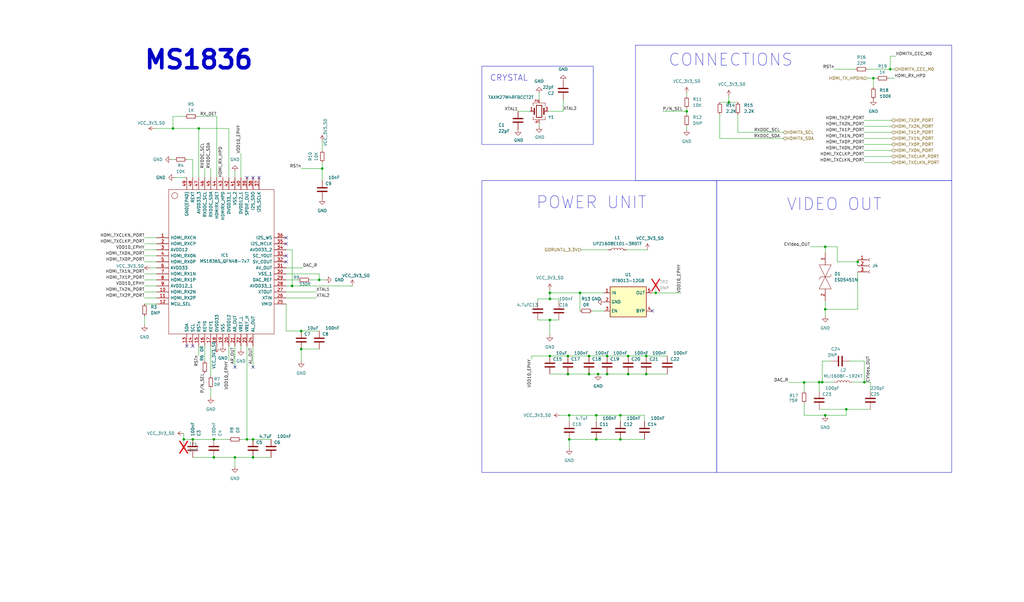
<source format=kicad_sch>
(kicad_sch (version 20231120) (generator "eeschema") (generator_version "8.0")
  (paper "User" 431.8 254)
  (junction (at 356.87 172.72))
  (junction (at 240.03 175.26))
  (junction (at 127 147.32))
  (junction (at 272.5074 157.8837))
  (junction (at 239.4874 150.2637))
  (junction (at 289.56 46.99))
  (junction (at 375.4013 29.21))
  (junction (at 134.62 118.11))
  (junction (at 276.4961 123.5937))
  (junction (at 83.82 54.2063))
  (junction (at 364.49 161.29))
  (junction (at 264.8874 157.8837))
  (junction (at 261.62 175.26))
  (junction (at 339.09 161.4051))
  (junction (at 255.9974 150.2637))
  (junction (at 135.89 71.12))
  (junction (at 248.3774 157.8837))
  (junction (at 272.5074 150.2637))
  (junction (at 251.46 175.26))
  (junction (at 261.62 185.42))
  (junction (at 81.28 185.42))
  (junction (at 251.46 185.42))
  (junction (at 248.3774 150.2637))
  (junction (at 347.98 130.5366))
  (junction (at 361.6962 110.49))
  (junction (at 255.9974 157.8837))
  (junction (at 104.14 185.42))
  (junction (at 240.03 185.42))
  (junction (at 231.8674 126.1337))
  (junction (at 106.68 193.04))
  (junction (at 239.4874 157.8837))
  (junction (at 90.17 193.04))
  (junction (at 231.8674 123.5937))
  (junction (at 347.98 175.26))
  (junction (at 347.98 104.14))
  (junction (at 346.71 161.29))
  (junction (at 99.06 193.04))
  (junction (at 123.19 120.65))
  (junction (at 368.3 33.02))
  (junction (at 231.8674 150.2637))
  (junction (at 77.47 185.42))
  (junction (at 345.44 161.29))
  (junction (at 72.9326 54.2063))
  (junction (at 307.34 43.18))
  (junction (at 231.8674 135.0237))
  (junction (at 244.5674 123.5937))
  (junction (at 106.68 185.42))
  (junction (at 127 139.7))
  (junction (at 90.17 185.42))
  (junction (at 252.1874 157.8837))
  (junction (at 264.8874 150.2637))
  (no_connect (at 120.65 102.87))
  (no_connect (at 109.22 74.93))
  (no_connect (at 81.28 146.05))
  (no_connect (at 99.06 154.94))
  (no_connect (at 78.74 146.05))
  (no_connect (at 275.0474 131.2137))
  (no_connect (at 120.65 100.33))
  (no_connect (at 120.65 110.49))
  (no_connect (at 120.65 107.95))
  (no_connect (at 106.68 154.94))
  (no_connect (at 106.68 74.93))
  (no_connect (at 104.14 74.93))
  (wire (pts (xy 239.4874 157.8837) (xy 248.3774 157.8837)))
  (wire (pts (xy 60.96 123.19) (xy 66.04 123.19)))
  (wire (pts (xy 251.46 185.42) (xy 240.03 185.42)))
  (wire (pts (xy 364.49 63.5) (xy 375.92 63.5)))
  (wire (pts (xy 261.62 175.26) (xy 251.46 175.26)))
  (wire (pts (xy 375.4013 29.21) (xy 377.19 29.21)))
  (wire (pts (xy 239.4874 150.2637) (xy 248.3774 150.2637)))
  (wire (pts (xy 339.09 175.26) (xy 339.09 170.18)))
  (wire (pts (xy 133.35 125.73) (xy 120.65 125.73)))
  (wire (pts (xy 244.5674 123.5937) (xy 244.5674 131.2137)))
  (wire (pts (xy 271.78 177.8) (xy 271.78 175.26)))
  (wire (pts (xy 148.59 120.65) (xy 123.19 120.65)))
  (wire (pts (xy 72.39 67.31) (xy 73.66 67.31)))
  (wire (pts (xy 249.6474 131.2137) (xy 254.7274 131.2137)))
  (wire (pts (xy 289.56 46.99) (xy 289.56 45.72)))
  (wire (pts (xy 137.16 118.11) (xy 134.62 118.11)))
  (wire (pts (xy 130.81 118.11) (xy 134.62 118.11)))
  (wire (pts (xy 106.68 185.42) (xy 104.14 185.42)))
  (wire (pts (xy 226.7874 135.0237) (xy 231.8674 135.0237)))
  (wire (pts (xy 72.9326 49.1263) (xy 72.9326 54.2063)))
  (wire (pts (xy 231.14 46.99) (xy 237.49 46.99)))
  (wire (pts (xy 279.4 46.99) (xy 289.56 46.99)))
  (wire (pts (xy 86.36 152.4) (xy 86.36 146.05)))
  (wire (pts (xy 279.4 123.5971) (xy 279.4 123.5937)))
  (wire (pts (xy 261.62 185.42) (xy 251.46 185.42)))
  (wire (pts (xy 367.03 161.29) (xy 367.03 165.1)))
  (wire (pts (xy 120.65 105.41) (xy 123.19 105.41)))
  (wire (pts (xy 81.28 185.42) (xy 77.47 185.42)))
  (wire (pts (xy 99.06 72.39) (xy 99.06 74.93)))
  (wire (pts (xy 341.63 104.14) (xy 347.98 104.14)))
  (wire (pts (xy 60.96 118.11) (xy 66.04 118.11)))
  (wire (pts (xy 339.09 165.1) (xy 339.09 161.4051)))
  (wire (pts (xy 104.14 185.42) (xy 101.6 185.42)))
  (wire (pts (xy 361.6962 110.49) (xy 361.6962 112.1836)))
  (wire (pts (xy 307.34 43.18) (xy 311.15 43.18)))
  (wire (pts (xy 346.71 152.4) (xy 346.71 161.29)))
  (wire (pts (xy 272.5074 150.2637) (xy 281.3974 150.2637)))
  (wire (pts (xy 127 147.32) (xy 134.62 147.32)))
  (wire (pts (xy 90.17 193.04) (xy 99.06 193.04)))
  (wire (pts (xy 90.17 185.42) (xy 81.28 185.42)))
  (wire (pts (xy 347.98 175.26) (xy 356.87 175.26)))
  (wire (pts (xy 127 152.4) (xy 127 147.32)))
  (wire (pts (xy 226.7874 126.1337) (xy 231.8674 126.1337)))
  (wire (pts (xy 123.19 120.65) (xy 120.65 120.65)))
  (wire (pts (xy 251.46 175.26) (xy 240.03 175.26)))
  (wire (pts (xy 60.96 100.33) (xy 66.04 100.33)))
  (wire (pts (xy 81.28 67.31) (xy 78.74 67.31)))
  (wire (pts (xy 364.49 55.88) (xy 375.92 55.88)))
  (wire (pts (xy 353.06 110.49) (xy 353.06 104.14)))
  (wire (pts (xy 72.9326 54.2063) (xy 83.82 54.2063)))
  (wire (pts (xy 231.8674 126.1337) (xy 235.6774 126.1337)))
  (wire (pts (xy 307.34 40.64) (xy 307.34 43.18)))
  (wire (pts (xy 251.46 177.8) (xy 251.46 175.26)))
  (wire (pts (xy 364.49 68.58) (xy 375.92 68.58)))
  (wire (pts (xy 377.7326 23.7263) (xy 375.4013 23.7263)))
  (wire (pts (xy 60.96 128.27) (xy 66.04 128.27)))
  (wire (pts (xy 60.96 105.41) (xy 66.04 105.41)))
  (wire (pts (xy 235.6774 126.1337) (xy 235.6774 127.4037)))
  (wire (pts (xy 60.96 125.73) (xy 66.04 125.73)))
  (wire (pts (xy 237.49 41.91) (xy 237.49 46.99)))
  (wire (pts (xy 361.6962 114.7236) (xy 361.6962 130.5366)))
  (wire (pts (xy 134.62 115.57) (xy 134.62 118.11)))
  (wire (pts (xy 135.89 76.2) (xy 135.89 71.12)))
  (wire (pts (xy 359.41 161.29) (xy 364.49 161.29)))
  (wire (pts (xy 255.9974 150.2637) (xy 264.8874 150.2637)))
  (wire (pts (xy 106.68 193.04) (xy 114.3 193.04)))
  (wire (pts (xy 60.96 120.65) (xy 66.04 120.65)))
  (wire (pts (xy 86.36 71.12) (xy 86.36 74.93)))
  (wire (pts (xy 244.5674 123.5937) (xy 254.7274 123.5937)))
  (wire (pts (xy 346.71 161.29) (xy 345.44 161.29)))
  (wire (pts (xy 88.9 71.12) (xy 88.9 74.93)))
  (wire (pts (xy 123.19 105.41) (xy 123.19 120.65)))
  (wire (pts (xy 231.8674 157.8837) (xy 239.4874 157.8837)))
  (wire (pts (xy 364.49 152.4) (xy 358.14 152.4)))
  (wire (pts (xy 347.98 127) (xy 347.98 130.5366)))
  (wire (pts (xy 227.33 39.37) (xy 227.33 41.91)))
  (wire (pts (xy 88.9 163.83) (xy 88.9 167.64)))
  (wire (pts (xy 248.3774 157.8837) (xy 252.1874 157.8837)))
  (wire (pts (xy 133.35 123.19) (xy 120.65 123.19)))
  (wire (pts (xy 101.6 64.77) (xy 101.6 74.93)))
  (wire (pts (xy 361.6962 109.6436) (xy 361.6962 110.49)))
  (wire (pts (xy 72.9326 49.1263) (xy 78.0126 49.1263)))
  (wire (pts (xy 264.8874 150.2637) (xy 272.5074 150.2637)))
  (wire (pts (xy 368.3 33.02) (xy 369.57 33.02)))
  (wire (pts (xy 224.2474 151.5337) (xy 224.2474 150.2637)))
  (wire (pts (xy 231.8674 122.3237) (xy 231.8674 123.5937)))
  (wire (pts (xy 356.87 172.72) (xy 356.87 175.26)))
  (wire (pts (xy 226.7874 127.4037) (xy 226.7874 126.1337)))
  (wire (pts (xy 88.9 158.75) (xy 88.9 146.05)))
  (wire (pts (xy 99.06 193.04) (xy 106.68 193.04)))
  (wire (pts (xy 125.73 118.11) (xy 120.65 118.11)))
  (wire (pts (xy 99.06 154.94) (xy 99.06 146.05)))
  (wire (pts (xy 231.8674 123.5937) (xy 244.5674 123.5937)))
  (wire (pts (xy 83.0926 49.1263) (xy 91.44 49.1263)))
  (wire (pts (xy 72.9326 54.2063) (xy 65.3126 54.2063)))
  (wire (pts (xy 236.22 175.26) (xy 240.03 175.26)))
  (wire (pts (xy 364.49 58.42) (xy 375.92 58.42)))
  (wire (pts (xy 353.06 110.49) (xy 361.6962 110.49)))
  (wire (pts (xy 364.49 161.29) (xy 367.03 161.29)))
  (wire (pts (xy 60.96 102.87) (xy 66.04 102.87)))
  (wire (pts (xy 365.76 33.02) (xy 368.3 33.02)))
  (wire (pts (xy 104.14 146.05) (xy 104.14 185.42)))
  (wire (pts (xy 279.4 123.5937) (xy 276.4961 123.5937)))
  (wire (pts (xy 272.5074 157.8837) (xy 281.3974 157.8837)))
  (wire (pts (xy 347.98 130.5366) (xy 347.98 133.35)))
  (wire (pts (xy 303.53 43.18) (xy 307.34 43.18)))
  (wire (pts (xy 127.7092 113.0388) (xy 126.5266 113.0388)))
  (wire (pts (xy 240.03 175.26) (xy 240.03 177.8)))
  (wire (pts (xy 345.44 172.72) (xy 356.87 172.72)))
  (wire (pts (xy 134.62 139.7) (xy 127 139.7)))
  (wire (pts (xy 351.79 161.29) (xy 346.71 161.29)))
  (wire (pts (xy 81.28 67.31) (xy 81.28 74.93)))
  (wire (pts (xy 347.98 104.14) (xy 347.98 106.68)))
  (wire (pts (xy 248.3774 150.2637) (xy 255.9974 150.2637)))
  (wire (pts (xy 60.96 107.95) (xy 66.04 107.95)))
  (wire (pts (xy 60.96 137.16) (xy 60.96 133.35)))
  (wire (pts (xy 303.53 58.42) (xy 330.2 58.42)))
  (wire (pts (xy 245.11 105.41) (xy 256.54 105.41)))
  (wire (pts (xy 96.52 54.2063) (xy 96.52 74.93)))
  (wire (pts (xy 264.8874 157.8837) (xy 272.5074 157.8837)))
  (wire (pts (xy 353.06 104.14) (xy 347.98 104.14)))
  (wire (pts (xy 368.3 36.83) (xy 368.3 33.02)))
  (wire (pts (xy 106.68 154.94) (xy 106.68 146.05)))
  (wire (pts (xy 289.56 54.61) (xy 289.56 53.34)))
  (wire (pts (xy 73.66 74.93) (xy 78.74 74.93)))
  (wire (pts (xy 365.76 29.21) (xy 375.4013 29.21)))
  (wire (pts (xy 83.82 54.2063) (xy 83.82 74.93)))
  (wire (pts (xy 261.62 177.8) (xy 261.62 175.26)))
  (wire (pts (xy 218.44 46.99) (xy 223.52 46.99)))
  (wire (pts (xy 126.5266 113.0388) (xy 126.5266 113.03)))
  (wire (pts (xy 126.5266 113.03) (xy 120.65 113.03)))
  (wire (pts (xy 311.15 55.88) (xy 330.2 55.88)))
  (wire (pts (xy 303.53 48.26) (xy 303.53 58.42)))
  (wire (pts (xy 339.09 161.29) (xy 345.44 161.29)))
  (wire (pts (xy 227.33 53.34) (xy 227.33 52.07)))
  (wire (pts (xy 364.49 152.4) (xy 364.49 161.29)))
  (wire (pts (xy 271.78 175.26) (xy 261.62 175.26)))
  (wire (pts (xy 96.52 185.42) (xy 90.17 185.42)))
  (wire (pts (xy 364.49 53.34) (xy 375.92 53.34)))
  (wire (pts (xy 77.47 185.42) (xy 77.47 182.88)))
  (wire (pts (xy 346.71 152.4) (xy 350.52 152.4)))
  (wire (pts (xy 364.49 60.96) (xy 375.92 60.96)))
  (wire (pts (xy 364.49 66.04) (xy 375.92 66.04)))
  (wire (pts (xy 135.89 71.12) (xy 135.89 68.58)))
  (wire (pts (xy 276.4961 123.5937) (xy 275.0474 123.5937)))
  (wire (pts (xy 120.65 115.57) (xy 134.62 115.57)))
  (wire (pts (xy 347.98 130.5366) (xy 361.6962 130.5366)))
  (wire (pts (xy 311.15 48.26) (xy 311.15 55.88)))
  (wire (pts (xy 339.09 161.4051) (xy 339.09 161.29)))
  (wire (pts (xy 289.56 40.64) (xy 289.56 39.37)))
  (wire (pts (xy 101.6 147.32) (xy 101.6 146.05)))
  (wire (pts (xy 127 71.12) (xy 135.89 71.12)))
  (wire (pts (xy 91.44 49.1263) (xy 91.44 74.93)))
  (wire (pts (xy 81.28 193.04) (xy 90.17 193.04)))
  (wire (pts (xy 99.06 196.85) (xy 99.06 193.04)))
  (wire (pts (xy 231.8674 135.0237) (xy 235.6774 135.0237)))
  (wire (pts (xy 127 139.7) (xy 120.65 139.7)))
  (wire (pts (xy 120.65 139.7) (xy 120.65 128.27)))
  (wire (pts (xy 83.82 54.2063) (xy 96.52 54.2063)))
  (wire (pts (xy 252.1874 157.8837) (xy 255.9974 157.8837)))
  (wire (pts (xy 114.3 185.42) (xy 106.68 185.42)))
  (wire (pts (xy 264.16 105.41) (xy 273.05 105.41)))
  (wire (pts (xy 345.44 161.29) (xy 345.44 165.1)))
  (wire (pts (xy 60.96 110.49) (xy 66.04 110.49)))
  (wire (pts (xy 271.78 185.42) (xy 261.62 185.42)))
  (wire (pts (xy 231.8674 123.5937) (xy 231.8674 126.1337)))
  (wire (pts (xy 374.65 33.02) (xy 377.19 33.02)))
  (wire (pts (xy 83.82 149.86) (xy 83.82 146.05)))
  (wire (pts (xy 255.9974 157.8837) (xy 264.8874 157.8837)))
  (wire (pts (xy 364.49 50.8) (xy 375.92 50.8)))
  (wire (pts (xy 60.96 115.57) (xy 66.04 115.57)))
  (wire (pts (xy 289.56 48.26) (xy 289.56 46.99)))
  (wire (pts (xy 135.89 63.5) (xy 135.89 59.69)))
  (wire (pts (xy 63.5 113.03) (xy 66.04 113.03)))
  (wire (pts (xy 231.8674 135.0237) (xy 231.8674 141.3737)))
  (wire (pts (xy 96.52 152.4) (xy 96.52 146.05)))
  (wire (pts (xy 356.87 172.72) (xy 367.03 172.72)))
  (wire (pts (xy 375.4013 23.7263) (xy 375.4013 29.21)))
  (wire (pts (xy 339.09 175.26) (xy 347.98 175.26)))
  (wire (pts (xy 351.79 29.21) (xy 360.68 29.21)))
  (wire (pts (xy 240.03 185.42) (xy 240.03 189.23)))
  (wire (pts (xy 339.09 161.4051) (xy 332.4248 161.4051)))
  (wire (pts (xy 287.3017 123.5971) (xy 279.4 123.5971)))
  (wire (pts (xy 231.8674 150.2637) (xy 239.4874 150.2637)))
  (wire (pts (xy 224.2474 150.2637) (xy 231.8674 150.2637)))
  (rectangle (start 203.2 76.2) (end 302.26 199.39))
  (rectangle (start 203.2 27.94) (end 250.19 60.96))
  (rectangle (start 267.97 19.05) (end 401.32 76.2))
  (rectangle (start 302.26 76.2) (end 401.32 199.39))
  (text "MS1836" (at 83.82 25.4 0) (effects (font (size 7.62 7.62) (thickness 1.524) (bold yes))))
  (text "VIDEO OUT" (at 351.79 86.36 0) (effects (font (size 5.08 5.08))))
  (text "CONNECTIONS" (at 308.102 25.4 0) (effects (font (size 5.08 5.08))))
  (text "CRYSTAL" (at 214.63 33.02 0) (effects (font (size 2.54 2.54))))
  (text "POWER UNIT" (at 249.428 85.598 0) (effects (font (size 5.08 5.08))))
  (label "CVideo_OUT" (at 367.03 161.29 90))
  (label "P{slash}N_SEL" (at 86.36 157.48 270))
  (label "XTAL1" (at 218.44 46.99 180))
  (label "HDMI_TXCLKP_PORT" (at 364.49 66.04 180))
  (label "HDMI_TXCLKP_PORT" (at 60.96 102.87 180))
  (label "HDMI_TX1P_PORT" (at 60.96 118.11 180))
  (label "RSTn" (at 83.82 149.86 270))
  (label "DAC_R" (at 127.7092 113.0388 0))
  (label "P{slash}N_SEL" (at 279.4 46.99 0))
  (label "RXDDC_SCL" (at 328.93 55.88 180))
  (label "HDMI_TX1P_PORT" (at 364.49 55.88 180))
  (label "VDD10_EPHY" (at 96.52 152.4 270))
  (label "AL_OUT" (at 106.68 153.67 90))
  (label "RSTn" (at 351.79 29.21 180))
  (label "HDMI_TX0P_PORT" (at 60.96 110.49 180))
  (label "HDMITX_CEC_M0" (at 377.7326 23.7263 0))
  (label "VDD10_EPHY" (at 60.96 120.65 180))
  (label "HDMI_TX2N_PORT" (at 364.49 53.34 180))
  (label "VDD10_EPHY" (at 287.3017 123.5971 90))
  (label "CVideo_OUT" (at 341.63 104.14 180))
  (label "HDMI_TX1N_PORT" (at 60.96 115.57 180))
  (label "HDMI_TX1N_PORT" (at 364.49 58.42 180))
  (label "HDMI_TX0N_PORT" (at 60.96 107.95 180))
  (label "HDMI_TX0N_PORT" (at 364.49 63.5 180))
  (label "VDD10_EPHY" (at 224.2474 151.5337 270))
  (label "HDMI_TX2N_PORT" (at 60.96 123.19 180))
  (label "RXDDC_SDA" (at 328.93 58.42 180))
  (label "HDMI_TXCLKN_PORT" (at 60.96 100.33 180))
  (label "RSTn" (at 127 71.12 180))
  (label "RXDDC_SDA" (at 88.9 71.12 90))
  (label "VDD10_EPHY" (at 101.6 64.77 90))
  (label "XTAL2" (at 133.35 125.73 0))
  (label "XTAL1" (at 133.35 123.19 0))
  (label "XTAL2" (at 237.49 46.8363 0))
  (label "HDMI_RX_HPD" (at 377.19 33.02 0))
  (label "DAC_R" (at 332.4248 161.4051 180))
  (label "RX_DET" (at 84.3626 49.1263 0))
  (label "HDMI_RX_HPD" (at 93.98 74.93 90))
  (label "HDMI_TX2P_PORT" (at 60.96 125.73 180))
  (label "AR_OUT" (at 99.06 153.67 90))
  (label "HDMI_TX2P_PORT" (at 364.49 50.8 180))
  (label "HDMI_TXCLKN_PORT" (at 364.49 68.58 180))
  (label "VDD10_EPHY" (at 60.96 105.41 180))
  (label "HDMI_TX0P_PORT" (at 364.49 60.96 180))
  (label "RXDDC_SCL" (at 86.36 71.12 90))
  (hierarchical_label "HDMI_TX0P_PORT" (shape input) (at 375.92 60.96 0))
  (hierarchical_label "HDMITX_CEC_M0" (shape input) (at 377.19 29.21 0))
  (hierarchical_label "HDMI_TX1P_PORT" (shape input) (at 375.92 55.88 0))
  (hierarchical_label "GORUNTU_3.3V" (shape input) (at 245.11 105.41 180))
  (hierarchical_label "HDMI_TXCLKN_PORT" (shape input) (at 375.92 68.58 0))
  (hierarchical_label "HDMITX_SDA" (shape input) (at 330.2 58.42 0))
  (hierarchical_label "HDMI_TX2P_PORT" (shape input) (at 375.92 50.8 0))
  (hierarchical_label "HDMI_TX_HPDIN" (shape input) (at 365.76 33.02 180))
  (hierarchical_label "HDMI_TX1N_PORT" (shape input) (at 375.92 58.42 0))
  (hierarchical_label "HDMI_TX0N_PORT" (shape input) (at 375.92 63.5 0))
  (hierarchical_label "HDMITX_SCL" (shape input) (at 330.2 55.88 0))
  (hierarchical_label "HDMI_TXCLKP_PORT" (shape input) (at 375.92 66.04 0))
  (hierarchical_label "HDMI_TX2N_PORT" (shape input) (at 375.92 53.34 0))
  (symbol (lib_id "power:GND") (at 368.3 41.91 0) (unit 1)
    (property "Reference" "#PWR035" (effects (hide yes)))
    (property "Value" "GND" (at 368.3 46.99 0))
    (property "Description" "Power symbol creates a global label with name \"GND\" , ground" (effects (hide yes)))
    (instances (project "Movita_3566_HXV_Router_V4.1" (path "" (reference "#PWR035") (unit 1))) (project "HDMI_CVBS" (path "" (reference "#PWR087") (unit 1))) (project "HDMI_CVBS" (path "" (reference "#PWR08") (unit 1))))
  )
  (symbol (lib_id "Device:R_Small") (at 368.3 39.37 0) (unit 1)
    (property "Reference" "R18" (at 370.84 38.1 0) (effects (justify left)))
    (property "Value" "100K" (at 370.84 40.64 0) (effects (justify left)))
    (property "Footprint" "Resistor_SMD:R_0603_1608Metric" (effects (hide yes)))
    (property "Description" "Resistor, small symbol" (effects (hide yes)))
    (property "MPN" "0603WAF1003T5E" (effects (hide yes)))
    (instances (project "Movita_3566_HXV_Router_V4.1" (path "" (reference "R18") (unit 1))) (project "HDMI_CVBS" (path "" (reference "R50") (unit 1))) (project "HDMI_CVBS" (path "" (reference "R7") (unit 1))))
  )
  (symbol (lib_id "Device:R_Small") (at 372.11 33.02 270) (unit 1)
    (property "Reference" "R19" (at 372.11 27.94 90))
    (property "Value" "1K" (at 372.11 30.48 90))
    (property "Footprint" "Resistor_SMD:R_0603_1608Metric" (effects (hide yes)))
    (property "Description" "Resistor, small symbol" (effects (hide yes)))
    (property "MPN" "0603WAF1001T5E" (effects (hide yes)))
    (instances (project "Movita_3566_HXV_Router_V4.1" (path "" (reference "R19") (unit 1))) (project "HDMI_CVBS" (path "" (reference "R51") (unit 1))) (project "HDMI_CVBS" (path "" (reference "R6") (unit 1))))
  )
  (symbol (lib_id "Device:C") (at 235.6774 131.2137 0) (unit 1)
    (property "Reference" "C16" (at 235.6774 128.6737 0) (effects (justify left)))
    (property "Value" "100nF" (at 235.6774 126.1337 0) (effects (justify left)))
    (property "Footprint" "Capacitor_SMD:C_0603_1608Metric" (effects (hide yes)))
    (property "Description" "Unpolarized capacitor" (effects (hide yes)))
    (property "MPN" "0603B104K500NT" (effects (hide yes)))
    (instances (project "Movita_3566_HXV_Router_V4.1" (path "" (reference "C16") (unit 1))) (project "HDMI_CVBS" (path "" (reference "C73") (unit 1))) (project "HDMI_CVBS" (path "" (reference "C4") (unit 1))))
  )
  (symbol (lib_id "power:GND") (at 347.98 175.26 0) (unit 1)
    (property "Reference" "#PWR037" (effects (hide yes)))
    (property "Value" "GND" (at 347.98 180.34 0))
    (property "Description" "Power symbol creates a global label with name \"GND\" , ground" (effects (hide yes)))
    (instances (project "Movita_3566_HXV_Router_V4.1" (path "" (reference "#PWR037") (unit 1))) (project "HDMI_CVBS" (path "" (reference "#PWR089") (unit 1))) (project "HDMI_CVBS" (path "" (reference "#PWR015") (unit 1))))
  )
  (symbol (lib_id "Device:C") (at 226.7874 131.2137 0) (unit 1)
    (property "Reference" "C13" (at 222.9774 128.6737 0) (effects (justify left)))
    (property "Value" "4.7uF" (at 217.8974 128.6737 0) (effects (justify left)))
    (property "Footprint" "Capacitor_SMD:C_0603_1608Metric" (effects (hide yes)))
    (property "Description" "Unpolarized capacitor" (effects (hide yes)))
    (property "MPN" "CL10A475KO8NNNC" (effects (hide yes)))
    (instances (project "Movita_3566_HXV_Router_V4.1" (path "" (reference "C13") (unit 1))) (project "HDMI_CVBS" (path "" (reference "C71") (unit 1))) (project "HDMI_CVBS" (path "" (reference "C3") (unit 1))))
  )
  (symbol (lib_id "power:GND") (at 137.16 118.11 90) (unit 1)
    (property "Reference" "#PWR024" (effects (hide yes)))
    (property "Value" "GND" (at 140.97 118.11 90) (effects (justify right)))
    (property "Description" "Power symbol creates a global label with name \"GND\" , ground" (effects (hide yes)))
    (instances (project "Movita_3566_HXV_Router_V4.1" (path "" (reference "#PWR024") (unit 1))) (project "HDMI_CVBS" (path "" (reference "#PWR075") (unit 1))) (project "HDMI_CVBS" (path "" (reference "#PWR027") (unit 1))))
  )
  (symbol (lib_id "power:GND") (at 72.39 67.31 270) (unit 1)
    (property "Reference" "#PWR012" (effects (hide yes)))
    (property "Value" "GND" (at 68.58 67.31 90) (effects (justify right)))
    (property "Description" "Power symbol creates a global label with name \"GND\" , ground" (effects (hide yes)))
    (instances (project "Movita_3566_HXV_Router_V4.1" (path "" (reference "#PWR012") (unit 1))) (project "HDMI_CVBS" (path "" (reference "#PWR064") (unit 1))) (project "HDMI_CVBS" (path "" (reference "#PWR032") (unit 1))))
  )
  (symbol (lib_id "Connector:Conn_01x03_Socket") (at 366.7762 112.1836 0) (unit 1)
    (property "Reference" "J4" (at 367.8266 112.1183 0) (effects (justify left)))
    (property "Value" "DNP" (effects (hide yes)))
    (property "Footprint" "Footprint Library:AV_CON" (effects (hide yes)))
    (property "Description" "Generic connector, single row, 01x03, script generated" (effects (hide yes)))
    (property "MPN" "莲花座AV1-8.4-5A 黑色" (effects (hide yes)))
  )
  (symbol (lib_id "power:GND") (at 227.33 39.37 180) (unit 1)
    (property "Reference" "#PWR05" (effects (hide yes)))
    (property "Value" "GND" (at 227.33 34.29 0))
    (property "Description" "Power symbol creates a global label with name \"GND\" , ground" (effects (hide yes)))
    (instances (project "Movita_3566_HXV_Router_V4.1" (path "" (reference "#PWR05") (unit 1))) (project "HDMI_CVBS" (path "" (reference "#PWR058") (unit 1))) (project "HDMI_CVBS" (path "" (reference "#PWR02") (unit 1))))
  )
  (symbol (lib_id "Device:R_Small") (at 80.5526 49.1263 90) (unit 1)
    (property "Reference" "R5" (at 80.5526 44.0463 90))
    (property "Value" "1K" (at 80.5526 46.5863 90))
    (property "Footprint" "Resistor_SMD:R_0603_1608Metric" (effects (hide yes)))
    (property "Description" "Resistor, small symbol" (effects (hide yes)))
    (property "MPN" "0603WAF1001T5E" (effects (hide yes)))
    (instances (project "Movita_3566_HXV_Router_V4.1" (path "" (reference "R5") (unit 1))) (project "HDMI_CVBS" (path "" (reference "R38") (unit 1))) (project "HDMI_CVBS" (path "" (reference "R17") (unit 1))))
  )
  (symbol (lib_id "power:GND") (at 135.89 83.82 0) (unit 1)
    (property "Reference" "#PWR023" (effects (hide yes)))
    (property "Value" "GND" (at 135.89 88.9 0))
    (property "Description" "Power symbol creates a global label with name \"GND\" , ground" (effects (hide yes)))
    (instances (project "Movita_3566_HXV_Router_V4.1" (path "" (reference "#PWR023") (unit 1))) (project "HDMI_CVBS" (path "" (reference "#PWR077") (unit 1))) (project "HDMI_CVBS" (path "" (reference "#PWR029") (unit 1))))
  )
  (symbol (lib_id "Device:R_Small") (at 311.15 45.72 180) (unit 1)
    (property "Reference" "R15" (at 313.69 44.45 0) (effects (justify right)))
    (property "Value" "2.2K" (at 313.69 46.99 0) (effects (justify right)))
    (property "Footprint" "Resistor_SMD:R_0603_1608Metric" (effects (hide yes)))
    (property "Description" "Resistor, small symbol" (effects (hide yes)))
    (property "MPN" "0603WAF2201T5E" (effects (hide yes)))
    (instances (project "Movita_3566_HXV_Router_V4.1" (path "" (reference "R15") (unit 1))) (project "HDMI_CVBS" (path "" (reference "R47") (unit 1))) (project "HDMI_CVBS" (path "" (reference "R1") (unit 1))))
  )
  (symbol (lib_id "Device:R_Small") (at 60.96 130.81 180) (unit 1)
    (property "Reference" "R3" (at 63.5 129.54 0) (effects (justify right)))
    (property "Value" "DNP" (at 63.5 132.08 0) (effects (justify right)))
    (property "Footprint" "Resistor_SMD:R_0402_1005Metric" (effects (hide yes)))
    (property "Description" "Resistor, small symbol" (effects (hide yes)))
    (instances (project "Movita_3566_HXV_Router_V4.1" (path "" (reference "R3") (unit 1))) (project "HDMI_CVBS" (path "" (reference "R35") (unit 1))) (project "HDMI_CVBS" (path "" (reference "R10") (unit 1))))
  )
  (symbol (lib_id "power:VCC") (at 65.3126 54.2063 90) (unit 1)
    (property "Reference" "#PWR010" (effects (hide yes)))
    (property "Value" "VCC_3V3_S0" (at 69.6306 51.9203 90) (effects (justify left)))
    (property "Description" "Power symbol creates a global label with name \"VCC\"" (effects (hide yes)))
    (instances (project "Movita_3566_HXV_Router_V4.1" (path "" (reference "#PWR010") (unit 1))) (project "HDMI_CVBS" (path "" (reference "#PWR066") (unit 1))) (project "HDMI_CVBS" (path "" (reference "#PWR031") (unit 1))))
  )
  (symbol (lib_id "power:VCC") (at 231.8674 122.3237 0) (unit 1)
    (property "Reference" "#PWR027" (effects (hide yes)))
    (property "Value" "VCC_3V3_S0" (at 231.8674 117.2437 0))
    (property "Description" "Power symbol creates a global label with name \"VCC\"" (effects (hide yes)))
    (instances (project "Movita_3566_HXV_Router_V4.1" (path "" (reference "#PWR027") (unit 1))) (project "HDMI_CVBS" (path "" (reference "#PWR078") (unit 1))) (project "HDMI_CVBS" (path "" (reference "#PWR011") (unit 1))))
  )
  (symbol (lib_id "power:VCC") (at 91.44 146.05 180) (unit 1)
    (property "Reference" "#PWR016" (effects (hide yes)))
    (property "Value" "VCC_3V3_S0" (at 90.17 149.86 90))
    (property "Description" "Power symbol creates a global label with name \"VCC\"" (effects (hide yes)))
    (instances (project "Movita_3566_HXV_Router_V4.1" (path "" (reference "#PWR016") (unit 1))) (project "HDMI_CVBS" (path "" (reference "#PWR069") (unit 1))) (project "HDMI_CVBS" (path "" (reference "#PWR020") (unit 1))))
  )
  (symbol (lib_id "power:VCC") (at 273.05 105.41 0) (unit 1)
    (property "Reference" "#PWR034" (effects (hide yes)))
    (property "Value" "VCC_3V3_S0" (at 268.224 100.584 0) (effects (justify left)))
    (property "Description" "Power symbol creates a global label with name \"VCC\"" (effects (hide yes)))
    (instances (project "Movita_3566_HXV_Router_V4.1" (path "" (reference "#PWR034") (unit 1))) (project "HDMI_CVBS" (path "" (reference "#PWR085") (unit 1))) (project "HDMI_CVBS" (path "" (reference "#PWR09") (unit 1))))
  )
  (symbol (lib_id "Device:C") (at 218.44 50.8 0) (unit 1)
    (property "Reference" "C1" (at 210.129 52.7734 0) (effects (justify left)))
    (property "Value" "22pF" (at 210.129 55.3134 0) (effects (justify left)))
    (property "Footprint" "Capacitor_SMD:C_0603_1608Metric" (effects (hide yes)))
    (property "Description" "Unpolarized capacitor" (effects (hide yes)))
    (property "MPN" "CL10C220JB8NNNC" (effects (hide yes)))
    (instances (project "Movita_3566_HXV_Router_V4.1" (path "" (reference "C1") (unit 1))) (project "HDMI_CVBS" (path "" (reference "C62") (unit 1))) (project "HDMI_CVBS" (path "" (reference "C1") (unit 1))))
  )
  (symbol (lib_id "Device:C") (at 248.3774 154.0737 0) (unit 1)
    (property "Reference" "C18" (at 249.6474 151.5337 0) (effects (justify left)))
    (property "Value" "100nF" (at 250.9174 148.9937 0) (effects (justify left)))
    (property "Footprint" "Capacitor_SMD:C_0603_1608Metric" (effects (hide yes)))
    (property "Description" "Unpolarized capacitor" (effects (hide yes)))
    (property "MPN" "0603B104K500NT" (effects (hide yes)))
    (instances (project "Movita_3566_HXV_Router_V4.1" (path "" (reference "C18") (unit 1))) (project "HDMI_CVBS" (path "" (reference "C75") (unit 1))) (project "HDMI_CVBS" (path "" (reference "C7") (unit 1))))
  )
  (symbol (lib_id "Device:C") (at 240.03 181.61 0) (unit 1)
    (property "Reference" "C10" (at 241.3 179.07 0) (effects (justify left)))
    (property "Value" "4.7uF" (at 242.57 176.53 0) (effects (justify left)))
    (property "Footprint" "Capacitor_SMD:C_0603_1608Metric" (effects (hide yes)))
    (property "Description" "Unpolarized capacitor" (effects (hide yes)))
    (property "MPN" "CL10A475KO8NNNC" (effects (hide yes)))
    (instances (project "Movita_3566_HXV_Router_V4.1" (path "" (reference "C10") (unit 1))) (project "HDMI_CVBS" (path "" (reference "C66") (unit 1))) (project "HDMI_CVBS" (path "" (reference "C18") (unit 1))))
  )
  (symbol (lib_id "power:GND") (at 101.6 147.32 0) (unit 1)
    (property "Reference" "#PWR019" (effects (hide yes)))
    (property "Value" "GND" (at 101.6 152.4 0))
    (property "Description" "Power symbol creates a global label with name \"GND\" , ground" (effects (hide yes)))
    (instances (project "Movita_3566_HXV_Router_V4.1" (path "" (reference "#PWR019") (unit 1))) (project "HDMI_CVBS" (path "" (reference "#PWR072") (unit 1))) (project "HDMI_CVBS" (path "" (reference "#PWR022") (unit 1))))
  )
  (symbol (lib_id "power:VCC") (at 63.5 113.03 90) (unit 1)
    (property "Reference" "#PWR09" (effects (hide yes)))
    (property "Value" "VCC_3V3_S0" (at 60.706 112.268 90) (effects (justify left)))
    (property "Description" "Power symbol creates a global label with name \"VCC\"" (effects (hide yes)))
    (instances (project "Movita_3566_HXV_Router_V4.1" (path "" (reference "#PWR09") (unit 1))) (project "HDMI_CVBS" (path "" (reference "#PWR062") (unit 1))) (project "HDMI_CVBS" (path "" (reference "#PWR017") (unit 1))))
  )
  (symbol (lib_id "power:GND") (at 73.66 74.93 270) (unit 1)
    (property "Reference" "#PWR013" (effects (hide yes)))
    (property "Value" "GND" (at 69.85 74.93 90) (effects (justify right)))
    (property "Description" "Power symbol creates a global label with name \"GND\" , ground" (effects (hide yes)))
    (instances (project "Movita_3566_HXV_Router_V4.1" (path "" (reference "#PWR013") (unit 1))) (project "HDMI_CVBS" (path "" (reference "#PWR065") (unit 1))) (project "HDMI_CVBS" (path "" (reference "#PWR030") (unit 1))))
  )
  (symbol (lib_id "Device:R_Small") (at 363.22 29.21 270) (unit 1)
    (property "Reference" "R16" (at 363.22 24.13 90))
    (property "Value" "22R" (at 363.22 26.67 90))
    (property "Footprint" "Resistor_SMD:R_0603_1608Metric" (effects (hide yes)))
    (property "Description" "Resistor, small symbol" (effects (hide yes)))
    (property "MPN" "0603WAF220JT5E" (effects (hide yes)))
    (instances (project "Movita_3566_HXV_Router_V4.1" (path "" (reference "R16") (unit 1))) (project "HDMI_CVBS" (path "" (reference "R48") (unit 1))) (project "HDMI_CVBS" (path "" (reference "R5") (unit 1))))
  )
  (symbol (lib_id "QFN481:MS1836S_QFN48-7x7") (at 71.12 100.33 0) (unit 1)
    (property "Reference" "IC1" (at 94.742 107.696 0))
    (property "Value" "MS1836S_QFN48-7x7" (at 94.742 110.236 0))
    (property "Footprint" "Package_DFN_QFN:QFN-48-1EP_7x7mm_P0.5mm_EP5.6x5.6mm" (effects (hide yes)))
    (property "MPN" "MS1836S" (effects (hide yes)))
    (instances (project "Movita_3566_HXV_Router_V4.1" (path "" (reference "IC1") (unit 1))) (project "HDMI_CVBS" (path "" (reference "IC2") (unit 1))) (project "HDMI_CVBS" (path "" (reference "IC1") (unit 1))))
  )
  (symbol (lib_id "Device:C") (at 272.5074 154.0737 0) (unit 1)
    (property "Reference" "C21" (at 273.7774 151.5337 0) (effects (justify left)))
    (property "Value" "100nF" (at 275.0474 148.9937 0) (effects (justify left)))
    (property "Footprint" "Capacitor_SMD:C_0603_1608Metric" (effects (hide yes)))
    (property "Description" "Unpolarized capacitor" (effects (hide yes)))
    (property "MPN" "0603B104K500NT" (effects (hide yes)))
    (instances (project "Movita_3566_HXV_Router_V4.1" (path "" (reference "C21") (unit 1))) (project "HDMI_CVBS" (path "" (reference "C78") (unit 1))) (project "HDMI_CVBS" (path "" (reference "C10") (unit 1))))
  )
  (symbol (lib_id "power:VCC") (at 307.34 40.64 0) (unit 1)
    (property "Reference" "#PWR033" (effects (hide yes)))
    (property "Value" "VCC_3V3_S0" (at 308.61 35.56 0))
    (property "Description" "Power symbol creates a global label with name \"VCC\"" (effects (hide yes)))
    (instances (project "Movita_3566_HXV_Router_V4.1" (path "" (reference "#PWR033") (unit 1))) (project "HDMI_CVBS" (path "" (reference "#PWR086") (unit 1))) (project "HDMI_CVBS" (path "" (reference "#PWR05") (unit 1))))
  )
  (symbol (lib_id "Device:C") (at 90.17 189.23 0) (unit 1)
    (property "Reference" "C4" (at 92.71 184.15 90) (effects (justify left)))
    (property "Value" "100nF" (at 90.17 184.15 90) (effects (justify left)))
    (property "Footprint" "Capacitor_SMD:C_0603_1608Metric" (effects (hide yes)))
    (property "Description" "Unpolarized capacitor" (effects (hide yes)))
    (property "MPN" "0603B104K500NT" (effects (hide yes)))
    (instances (project "Movita_3566_HXV_Router_V4.1" (path "" (reference "C4") (unit 1))) (project "HDMI_CVBS" (path "" (reference "C65") (unit 1))) (project "HDMI_CVBS" (path "" (reference "C16") (unit 1))))
  )
  (symbol (lib_id "Device:C") (at 134.62 143.51 0) (unit 1)
    (property "Reference" "C8" (at 135.89 140.97 0) (effects (justify left)))
    (property "Value" "100nF" (at 137.16 138.43 0) (effects (justify left)))
    (property "Footprint" "Capacitor_SMD:C_0603_1608Metric" (effects (hide yes)))
    (property "Description" "Unpolarized capacitor" (effects (hide yes)))
    (property "MPN" "0603B104K500NT" (effects (hide yes)))
    (instances (project "Movita_3566_HXV_Router_V4.1" (path "" (reference "C8") (unit 1))) (project "HDMI_CVBS" (path "" (reference "C69") (unit 1))) (project "HDMI_CVBS" (path "" (reference "C20") (unit 1))))
  )
  (symbol (lib_id "power:GND") (at 231.8674 141.3737 0) (unit 1)
    (property "Reference" "#PWR028" (effects (hide yes)))
    (property "Value" "GND" (at 231.8674 146.4537 0))
    (property "Description" "Power symbol creates a global label with name \"GND\" , ground" (effects (hide yes)))
    (instances (project "Movita_3566_HXV_Router_V4.1" (path "" (reference "#PWR028") (unit 1))) (project "HDMI_CVBS" (path "" (reference "#PWR079") (unit 1))) (project "HDMI_CVBS" (path "" (reference "#PWR012") (unit 1))))
  )
  (symbol (lib_id "power:GND") (at 254.7274 127.4037 270) (unit 1)
    (property "Reference" "#PWR032" (effects (hide yes)))
    (property "Value" "GND" (at 253.4574 126.1337 90) (effects (justify right)))
    (property "Description" "Power symbol creates a global label with name \"GND\" , ground" (effects (hide yes)))
    (instances (project "Movita_3566_HXV_Router_V4.1" (path "" (reference "#PWR032") (unit 1))) (project "HDMI_CVBS" (path "" (reference "#PWR082") (unit 1))) (project "HDMI_CVBS" (path "" (reference "#PWR013") (unit 1))))
  )
  (symbol (lib_id "power:GND") (at 237.49 34.29 180) (unit 1)
    (property "Reference" "#PWR07" (effects (hide yes)))
    (property "Value" "GND" (at 237.49 29.21 0))
    (property "Description" "Power symbol creates a global label with name \"GND\" , ground" (effects (hide yes)))
    (instances (project "Movita_3566_HXV_Router_V4.1" (path "" (reference "#PWR07") (unit 1))) (project "HDMI_CVBS" (path "" (reference "#PWR060") (unit 1))) (project "HDMI_CVBS" (path "" (reference "#PWR04") (unit 1))))
  )
  (symbol (lib_id "Device:R_Small") (at 289.56 50.8 0) (unit 1)
    (property "Reference" "R12" (at 292.1 49.53 0) (effects (justify left)))
    (property "Value" "DNP" (at 292.1 52.07 0) (effects (justify left)))
    (property "Footprint" "Resistor_SMD:R_0402_1005Metric" (effects (hide yes)))
    (property "Description" "Resistor, small symbol" (effects (hide yes)))
    (instances (project "Movita_3566_HXV_Router_V4.1" (path "" (reference "R12") (unit 1))) (project "HDMI_CVBS" (path "" (reference "R45") (unit 1))) (project "HDMI_CVBS" (path "" (reference "R4") (unit 1))))
  )
  (symbol (lib_id "Connector:TestPoint") (at 77.47 185.42 180) (unit 1) (dnp yes)
    (property "Reference" "TP1" (at 79.6605 187.4519 0) (effects (justify right)))
    (property "Value" "DNP" (at 79.6605 189.9919 0) (effects (justify right)))
    (property "Footprint" "TestPoint:TestPoint_Pad_1.0x1.0mm" (effects (hide yes)))
    (property "Description" "test point" (effects (hide yes)))
  )
  (symbol (lib_id "Device:C") (at 264.8874 154.0737 0) (unit 1)
    (property "Reference" "C20" (at 266.1574 151.5337 0) (effects (justify left)))
    (property "Value" "100nF" (at 267.4274 148.9937 0) (effects (justify left)))
    (property "Footprint" "Capacitor_SMD:C_0603_1608Metric" (effects (hide yes)))
    (property "Description" "Unpolarized capacitor" (effects (hide yes)))
    (property "MPN" "0603B104K500NT" (effects (hide yes)))
    (instances (project "Movita_3566_HXV_Router_V4.1" (path "" (reference "C20") (unit 1))) (project "HDMI_CVBS" (path "" (reference "C77") (unit 1))) (project "HDMI_CVBS" (path "" (reference "C9") (unit 1))))
  )
  (symbol (lib_id "Device:C") (at 367.03 168.91 0) (unit 1)
    (property "Reference" "C25" (at 367.03 166.37 0) (effects (justify left)))
    (property "Value" "220pF" (at 367.03 163.83 0) (effects (justify left)))
    (property "Footprint" "Capacitor_SMD:C_0603_1608Metric" (effects (hide yes)))
    (property "Description" "Unpolarized capacitor" (effects (hide yes)))
    (property "MPN" "CL10B221KB8NNNC" (effects (hide yes)))
    (instances (project "Movita_3566_HXV_Router_V4.1" (path "" (reference "C25") (unit 1))) (project "HDMI_CVBS" (path "" (reference "C82") (unit 1))) (project "HDMI_CVBS" (path "" (reference "C13") (unit 1))))
  )
  (symbol (lib_id "Device:R_Small") (at 339.09 167.64 180) (unit 1)
    (property "Reference" "R17" (at 332.7746 166.9823 0) (effects (justify right)))
    (property "Value" "75R" (at 332.5206 169.0143 0) (effects (justify right)))
    (property "Footprint" "Resistor_SMD:R_0402_1005Metric" (effects (hide yes)))
    (property "Description" "Resistor, small symbol" (effects (hide yes)))
    (property "MPN" "0402WGF750JTCE" (effects (hide yes)))
    (instances (project "Movita_3566_HXV_Router_V4.1" (path "" (reference "R17") (unit 1))) (project "HDMI_CVBS" (path "" (reference "R49") (unit 1))) (project "HDMI_CVBS" (path "" (reference "R9") (unit 1))))
  )
  (symbol (lib_id "power:GND") (at 252.1874 157.8837 0) (unit 1)
    (property "Reference" "#PWR031" (effects (hide yes)))
    (property "Value" "GND" (at 252.1874 162.9637 0))
    (property "Description" "Power symbol creates a global label with name \"GND\" , ground" (effects (hide yes)))
    (instances (project "Movita_3566_HXV_Router_V4.1" (path "" (reference "#PWR031") (unit 1))) (project "HDMI_CVBS" (path "" (reference "#PWR081") (unit 1))) (project "HDMI_CVBS" (path "" (reference "#PWR014") (unit 1))))
  )
  (symbol (lib_id "power:GND") (at 88.9 167.64 0) (unit 1)
    (property "Reference" "#PWR014" (effects (hide yes)))
    (property "Value" "GND" (at 88.9 172.72 0))
    (property "Description" "Power symbol creates a global label with name \"GND\" , ground" (effects (hide yes)))
    (instances (project "Movita_3566_HXV_Router_V4.1" (path "" (reference "#PWR014") (unit 1))) (project "HDMI_CVBS" (path "" (reference "#PWR067") (unit 1))) (project "HDMI_CVBS" (path "" (reference "#PWR019") (unit 1))))
  )
  (symbol (lib_id "power:GND") (at 60.96 137.16 0) (unit 1)
    (property "Reference" "#PWR08" (effects (hide yes)))
    (property "Value" "GND" (at 60.96 142.24 0))
    (property "Description" "Power symbol creates a global label with name \"GND\" , ground" (effects (hide yes)))
    (instances (project "Movita_3566_HXV_Router_V4.1" (path "" (reference "#PWR08") (unit 1))) (project "HDMI_CVBS" (path "" (reference "#PWR061") (unit 1))) (project "HDMI_CVBS" (path "" (reference "#PWR018") (unit 1))))
  )
  (symbol (lib_id "Device:L") (at 260.35 105.41 90) (unit 1)
    (property "Reference" "L1" (at 260.35 100.33 90))
    (property "Value" "UPZ1608E101-3R0TF" (at 260.35 102.87 90))
    (property "Footprint" "Inductor_SMD:L_0603_1608Metric" (effects (hide yes)))
    (property "Description" "Inductor" (effects (hide yes)))
    (property "MPN" "UPZ1608E101-3R0TF" (effects (hide yes)))
    (instances (project "Movita_3566_HXV_Router_V4.1" (path "" (reference "L1") (unit 1))) (project "HDMI_CVBS" (path "" (reference "L3") (unit 1))) (project "HDMI_CVBS" (path "" (reference "L1") (unit 1))))
  )
  (symbol (lib_id "Device:C") (at 127 143.51 0) (unit 1)
    (property "Reference" "C7" (at 128.27 140.97 0) (effects (justify left)))
    (property "Value" "10uF" (at 129.54 138.43 0) (effects (justify left)))
    (property "Footprint" "Capacitor_SMD:C_0603_1608Metric" (effects (hide yes)))
    (property "Description" "Unpolarized capacitor" (effects (hide yes)))
    (property "MPN" "CL10A106MO8NQNC" (effects (hide yes)))
    (instances (project "Movita_3566_HXV_Router_V4.1" (path "" (reference "C7") (unit 1))) (project "HDMI_CVBS" (path "" (reference "C68") (unit 1))) (project "HDMI_CVBS" (path "" (reference "C19") (unit 1))))
  )
  (symbol (lib_id "Device:Crystal_GND24") (at 227.33 46.99 0) (unit 1)
    (property "Reference" "Y1" (at 232.41 49.53 0))
    (property "Value" "TAXM27M4RFBCCT2T" (at 215.463 41.0894 0))
    (property "Footprint" "Crystal:Crystal_SMD_3225-4Pin_3.2x2.5mm" (effects (hide yes)))
    (property "Datasheet" "https://www.lcsc.com/product-detail/Crystals_Yangxing-Tech-X322527MSB4SI_C9008.html" (effects (hide yes)))
    (property "Description" "Four pin crystal, GND on pins 2 and 4" (effects (hide yes)))
    (property "MPN" "TAXM27M4RFBCCT2T" (effects (hide yes)))
  )
  (symbol (lib_id "power:VCC") (at 148.59 120.65 0) (unit 1)
    (property "Reference" "#PWR026" (effects (hide yes)))
    (property "Value" "VCC_3V3_S0" (at 150.114 116.332 0))
    (property "Description" "Power symbol creates a global label with name \"VCC\"" (effects (hide yes)))
    (instances (project "Movita_3566_HXV_Router_V4.1" (path "" (reference "#PWR026") (unit 1))) (project "HDMI_CVBS" (path "" (reference "#PWR073") (unit 1))) (project "HDMI_CVBS" (path "" (reference "#PWR026") (unit 1))))
  )
  (symbol (lib_id "Device:C") (at 81.28 189.23 0) (unit 1)
    (property "Reference" "C3" (at 83.82 184.15 90) (effects (justify left)))
    (property "Value" "100nF" (at 81.28 184.15 90) (effects (justify left)))
    (property "Footprint" "Capacitor_SMD:C_0603_1608Metric" (effects (hide yes)))
    (property "Description" "Unpolarized capacitor" (effects (hide yes)))
    (property "MPN" "0603B104K500NT" (effects (hide yes)))
    (instances (project "Movita_3566_HXV_Router_V4.1" (path "" (reference "C3") (unit 1))) (project "HDMI_CVBS" (path "" (reference "C64") (unit 1))) (project "HDMI_CVBS" (path "" (reference "C15") (unit 1))))
  )
  (symbol (lib_id "Device:C") (at 239.4874 154.0737 0) (unit 1)
    (property "Reference" "C17" (at 240.7574 151.5337 0) (effects (justify left)))
    (property "Value" "100nF" (at 242.0274 148.9937 0) (effects (justify left)))
    (property "Footprint" "Capacitor_SMD:C_0603_1608Metric" (effects (hide yes)))
    (property "Description" "Unpolarized capacitor" (effects (hide yes)))
    (property "MPN" "0603B104K500NT" (effects (hide yes)))
    (instances (project "Movita_3566_HXV_Router_V4.1" (path "" (reference "C17") (unit 1))) (project "HDMI_CVBS" (path "" (reference "C74") (unit 1))) (project "HDMI_CVBS" (path "" (reference "C6") (unit 1))))
  )
  (symbol (lib_id "Device:R_Small") (at 99.06 185.42 270) (unit 1)
    (property "Reference" "R8" (at 97.79 182.88 0) (effects (justify right)))
    (property "Value" "0R" (at 100.33 182.88 0) (effects (justify right)))
    (property "Footprint" "Resistor_SMD:R_0402_1005Metric" (effects (hide yes)))
    (property "Description" "Resistor, small symbol" (effects (hide yes)))
    (property "MPN" "0402WGF0000TCE" (effects (hide yes)))
    (instances (project "Movita_3566_HXV_Router_V4.1" (path "" (reference "R8") (unit 1))) (project "HDMI_CVBS" (path "" (reference "R40") (unit 1))) (project "HDMI_CVBS" (path "" (reference "R13") (unit 1))))
  )
  (symbol (lib_id "Device:R_Small") (at 303.53 45.72 180) (unit 1)
    (property "Reference" "R14" (at 306.07 44.45 0) (effects (justify right)))
    (property "Value" "2.2K" (at 306.07 46.99 0) (effects (justify right)))
    (property "Footprint" "Resistor_SMD:R_0603_1608Metric" (effects (hide yes)))
    (property "Description" "Resistor, small symbol" (effects (hide yes)))
    (property "MPN" "0603WAF2201T5E" (effects (hide yes)))
    (instances (project "Movita_3566_HXV_Router_V4.1" (path "" (reference "R14") (unit 1))) (project "HDMI_CVBS" (path "" (reference "R46") (unit 1))) (project "HDMI_CVBS" (path "" (reference "R2") (unit 1))))
  )
  (symbol (lib_id "power:VCC") (at 236.22 175.26 90) (unit 1)
    (property "Reference" "#PWR021" (effects (hide yes)))
    (property "Value" "VCC_3V3_S0" (at 232.41 175.26 90) (effects (justify left)))
    (property "Description" "Power symbol creates a global label with name \"VCC\"" (effects (hide yes)))
    (instances (project "Movita_3566_HXV_Router_V4.1" (path "" (reference "#PWR021") (unit 1))) (project "HDMI_CVBS" (path "" (reference "#PWR063") (unit 1))) (project "HDMI_CVBS" (path "" (reference "#PWR023") (unit 1))))
  )
  (symbol (lib_id "ESD5451N:ESD5451N") (at 347.98 106.68 270) (unit 1)
    (property "Reference" "D1" (at 351.79 115.57 90) (effects (justify left)))
    (property "Value" "ESD5451N" (at 351.79 118.11 90) (effects (justify left)))
    (property "Footprint" "ESD5451N:ESD5451N" (effects (hide yes)))
    (property "Datasheet" "http://www.chinesechip.com/files/2015-06/17a2f895-5278-4787-8e2e-a2829d0233af.pdf" (effects (hide yes)))
    (property "Description" "1-Line, Bi-directional, Transient Voltage Suppressors" (effects (hide yes)))
    (property "Manufacturer_Name" "Will Semiconductor" (effects (hide yes)))
    (property "Manufacturer_Part_Number" "ESD5451N" (effects (hide yes)))
    (property "MPN" "ESD5451N" (effects (hide yes)))
    (instances (project "Movita_3566_HXV_Router_V4.1" (path "" (reference "D1") (unit 1))) (project "HDMI_CVBS" (path "" (reference "D10") (unit 1))) (project "HDMI_CVBS" (path "" (reference "D1") (unit 1))))
  )
  (symbol (lib_id "Device:L") (at 355.6 161.29 90) (unit 1)
    (property "Reference" "L2" (at 355.6 156.21 90))
    (property "Value" "MLI1608F-1R2KT" (at 355.6 158.75 90))
    (property "Footprint" "Inductor_SMD:L_0603_1608Metric" (effects (hide yes)))
    (property "Description" "Inductor" (effects (hide yes)))
    (property "MPN" "MLI1608F-1R2KT" (effects (hide yes)))
    (instances (project "Movita_3566_HXV_Router_V4.1" (path "" (reference "L2") (unit 1))) (project "HDMI_CVBS" (path "" (reference "L4") (unit 1))) (project "HDMI_CVBS" (path "" (reference "L2") (unit 1))))
  )
  (symbol (lib_id "power:GND") (at 347.98 133.35 0) (unit 1)
    (property "Reference" "#PWR036" (effects (hide yes)))
    (property "Value" "GND" (at 347.98 138.43 0))
    (property "Description" "Power symbol creates a global label with name \"GND\" , ground" (effects (hide yes)))
    (instances (project "Movita_3566_HXV_Router_V4.1" (path "" (reference "#PWR036") (unit 1))) (project "HDMI_CVBS" (path "" (reference "#PWR088") (unit 1))) (project "HDMI_CVBS" (path "" (reference "#PWR016") (unit 1))))
  )
  (symbol (lib_id "power:GND") (at 99.06 196.85 0) (unit 1)
    (property "Reference" "#PWR015" (effects (hide yes)))
    (property "Value" "GND" (at 99.06 201.93 0))
    (property "Description" "Power symbol creates a global label with name \"GND\" , ground" (effects (hide yes)))
    (instances (project "Movita_3566_HXV_Router_V4.1" (path "" (reference "#PWR015") (unit 1))) (project "HDMI_CVBS" (path "" (reference "#PWR068") (unit 1))) (project "HDMI_CVBS" (path "" (reference "#PWR024") (unit 1))))
  )
  (symbol (lib_id "Connector:TestPoint") (at 276.4961 123.5937 0) (unit 1) (dnp yes)
    (property "Reference" "TP2" (at 278.125 119.0216 0) (effects (justify left)))
    (property "Value" "DNP" (at 278.125 121.5616 0) (effects (justify left)))
    (property "Footprint" "TestPoint:TestPoint_Pad_1.0x1.0mm" (effects (hide yes)))
    (property "Description" "test point" (effects (hide yes)))
  )
  (symbol (lib_id "Device:C") (at 271.78 181.61 0) (unit 1)
    (property "Reference" "C14" (at 273.05 179.07 0) (effects (justify left)))
    (property "Value" "100nF" (at 274.32 176.53 0) (effects (justify left)))
    (property "Footprint" "Capacitor_SMD:C_0603_1608Metric" (effects (hide yes)))
    (property "Description" "Unpolarized capacitor" (effects (hide yes)))
    (property "MPN" "0603B104K500NT" (effects (hide yes)))
    (instances (project "Movita_3566_HXV_Router_V4.1" (path "" (reference "C14") (unit 1))) (project "HDMI_CVBS" (path "" (reference "C66") (unit 1))) (project "HDMI_CVBS" (path "" (reference "C18") (unit 1))))
  )
  (symbol (lib_id "Device:R_Small") (at 247.1074 131.2137 90) (unit 1)
    (property "Reference" "R13" (at 247.1074 126.1337 90))
    (property "Value" "0R" (at 247.1074 128.6737 90))
    (property "Footprint" "Resistor_SMD:R_0402_1005Metric" (effects (hide yes)))
    (property "Description" "Resistor, small symbol" (effects (hide yes)))
    (property "MPN" "0402WGF0000TCE" (effects (hide yes)))
    (instances (project "Movita_3566_HXV_Router_V4.1" (path "" (reference "R13") (unit 1))) (project "HDMI_CVBS" (path "" (reference "R43") (unit 1))) (project "HDMI_CVBS" (path "" (reference "R8") (unit 1))))
  )
  (symbol (lib_id "Device:C") (at 231.8674 154.0737 0) (unit 1)
    (property "Reference" "C15" (at 233.1374 151.5337 0) (effects (justify left)))
    (property "Value" "10uF" (at 234.4074 148.9937 0) (effects (justify left)))
    (property "Footprint" "Capacitor_SMD:C_0603_1608Metric" (effects (hide yes)))
    (property "Description" "Unpolarized capacitor" (effects (hide yes)))
    (property "MPN" "CL10A106MO8NQNC" (effects (hide yes)))
    (instances (project "Movita_3566_HXV_Router_V4.1" (path "" (reference "C15") (unit 1))) (project "HDMI_CVBS" (path "" (reference "C72") (unit 1))) (project "HDMI_CVBS" (path "" (reference "C5") (unit 1))))
  )
  (symbol (lib_id "power:GND") (at 93.98 146.05 0) (unit 1)
    (property "Reference" "#PWR017" (effects (hide yes)))
    (property "Value" "GND" (at 93.98 151.13 0))
    (property "Description" "Power symbol creates a global label with name \"GND\" , ground" (effects (hide yes)))
    (instances (project "Movita_3566_HXV_Router_V4.1" (path "" (reference "#PWR017") (unit 1))) (project "HDMI_CVBS" (path "" (reference "#PWR070") (unit 1))) (project "HDMI_CVBS" (path "" (reference "#PWR021") (unit 1))))
  )
  (symbol (lib_id "power:VCC") (at 135.89 59.69 0) (unit 1)
    (property "Reference" "#PWR022" (effects (hide yes)))
    (property "Value" "VCC_3V3_S0" (at 137.16 55.88 90))
    (property "Description" "Power symbol creates a global label with name \"VCC\"" (effects (hide yes)))
    (instances (project "Movita_3566_HXV_Router_V4.1" (path "" (reference "#PWR022") (unit 1))) (project "HDMI_CVBS" (path "" (reference "#PWR076") (unit 1))) (project "HDMI_CVBS" (path "" (reference "#PWR028") (unit 1))))
  )
  (symbol (lib_id "power:GND") (at 218.44 54.61 0) (unit 1)
    (property "Reference" "#PWR04" (effects (hide yes)))
    (property "Value" "GND" (at 218.694 59.182 0))
    (property "Description" "Power symbol creates a global label with name \"GND\" , ground" (effects (hide yes)))
    (instances (project "Movita_3566_HXV_Router_V4.1" (path "" (reference "#PWR04") (unit 1))) (project "HDMI_CVBS" (path "" (reference "#PWR057") (unit 1))) (project "HDMI_CVBS" (path "" (reference "#PWR01") (unit 1))))
  )
  (symbol (lib_id "power:VCC") (at 289.56 39.37 0) (unit 1)
    (property "Reference" "#PWR029" (effects (hide yes)))
    (property "Value" "VCC_3V3_S0" (at 289.56 34.29 0))
    (property "Description" "Power symbol creates a global label with name \"VCC\"" (effects (hide yes)))
    (instances (project "Movita_3566_HXV_Router_V4.1" (path "" (reference "#PWR029") (unit 1))) (project "HDMI_CVBS" (path "" (reference "#PWR083") (unit 1))) (project "HDMI_CVBS" (path "" (reference "#PWR06") (unit 1))))
  )
  (symbol (lib_id "Device:R_Small") (at 128.27 118.11 270) (unit 1)
    (property "Reference" "R9" (at 124.968 117.094 90))
    (property "Value" "330R" (at 128.524 119.888 90))
    (property "Footprint" "Resistor_SMD:R_0603_1608Metric" (effects (hide yes)))
    (property "Description" "Resistor, small symbol" (effects (hide yes)))
    (property "MPN" "0603WAF3300T5E" (effects (hide yes)))
    (instances (project "Movita_3566_HXV_Router_V4.1" (path "" (reference "R9") (unit 1))) (project "HDMI_CVBS" (path "" (reference "R41") (unit 1))) (project "HDMI_CVBS" (path "" (reference "R14") (unit 1))))
  )
  (symbol (lib_id "power:GND") (at 289.56 54.61 0) (unit 1)
    (property "Reference" "#PWR030" (effects (hide yes)))
    (property "Value" "GND" (at 289.56 59.69 0))
    (property "Description" "Power symbol creates a global label with name \"GND\" , ground" (effects (hide yes)))
    (instances (project "Movita_3566_HXV_Router_V4.1" (path "" (reference "#PWR030") (unit 1))) (project "HDMI_CVBS" (path "" (reference "#PWR084") (unit 1))) (project "HDMI_CVBS" (path "" (reference "#PWR07") (unit 1))))
  )
  (symbol (lib_id "Device:C") (at 237.49 38.1 180) (unit 1)
    (property "Reference" "C2" (at 233.68 39.37 0) (effects (justify left)))
    (property "Value" "22pF" (at 233.68 36.83 0) (effects (justify left)))
    (property "Footprint" "Capacitor_SMD:C_0603_1608Metric" (effects (hide yes)))
    (property "Description" "Unpolarized capacitor" (effects (hide yes)))
    (property "MPN" "CL10C220JB8NNNC" (effects (hide yes)))
    (instances (project "Movita_3566_HXV_Router_V4.1" (path "" (reference "C2") (unit 1))) (project "HDMI_CVBS" (path "" (reference "C63") (unit 1))) (project "HDMI_CVBS" (path "" (reference "C2") (unit 1))))
  )
  (symbol (lib_id "Device:C") (at 135.89 80.01 0) (unit 1)
    (property "Reference" "C9" (at 137.16 77.47 0) (effects (justify left)))
    (property "Value" "10nF" (at 138.43 74.93 0) (effects (justify left)))
    (property "Footprint" "Capacitor_SMD:C_0603_1608Metric" (effects (hide yes)))
    (property "Description" "Unpolarized capacitor" (effects (hide yes)))
    (property "MPN" "CC0603KRX7R9BB103" (effects (hide yes)))
    (instances (project "Movita_3566_HXV_Router_V4.1" (path "" (reference "C9") (unit 1))) (project "HDMI_CVBS" (path "" (reference "C70") (unit 1))) (project "HDMI_CVBS" (path "" (reference "C21") (unit 1))))
  )
  (symbol (lib_id "Device:C") (at 106.68 189.23 0) (unit 1)
    (property "Reference" "C5" (at 107.95 186.69 0) (effects (justify left)))
    (property "Value" "4.7uF" (at 109.22 184.15 0) (effects (justify left)))
    (property "Footprint" "Capacitor_SMD:C_0603_1608Metric" (effects (hide yes)))
    (property "Description" "Unpolarized capacitor" (effects (hide yes)))
    (property "MPN" "CL10A475KO8NNNC" (effects (hide yes)))
    (instances (project "Movita_3566_HXV_Router_V4.1" (path "" (reference "C5") (unit 1))) (project "HDMI_CVBS" (path "" (reference "C66") (unit 1))) (project "HDMI_CVBS" (path "" (reference "C18") (unit 1))))
  )
  (symbol (lib_id "Device:C") (at 114.3 189.23 0) (unit 1)
    (property "Reference" "C6" (at 115.57 186.69 0) (effects (justify left)))
    (property "Value" "100nF" (at 116.84 184.15 0) (effects (justify left)))
    (property "Footprint" "Capacitor_SMD:C_0603_1608Metric" (effects (hide yes)))
    (property "Description" "Unpolarized capacitor" (effects (hide yes)))
    (property "MPN" "0603B104K500NT" (effects (hide yes)))
    (instances (project "Movita_3566_HXV_Router_V4.1" (path "" (reference "C6") (unit 1))) (project "HDMI_CVBS" (path "" (reference "C67") (unit 1))) (project "HDMI_CVBS" (path "" (reference "C17") (unit 1))))
  )
  (symbol (lib_id "power:GND") (at 127 152.4 0) (unit 1)
    (property "Reference" "#PWR020" (effects (hide yes)))
    (property "Value" "GND" (at 127 157.48 0))
    (property "Description" "Power symbol creates a global label with name \"GND\" , ground" (effects (hide yes)))
    (instances (project "Movita_3566_HXV_Router_V4.1" (path "" (reference "#PWR020") (unit 1))) (project "HDMI_CVBS" (path "" (reference "#PWR074") (unit 1))) (project "HDMI_CVBS" (path "" (reference "#PWR025") (unit 1))))
  )
  (symbol (lib_id "Device:C") (at 354.33 152.4 90) (unit 1)
    (property "Reference" "C24" (at 354.33 147.32 90) (effects (justify left)))
    (property "Value" "DNP" (at 353.06 149.86 90) (effects (justify left)))
    (property "Footprint" "Capacitor_SMD:C_0603_1608Metric" (effects (hide yes)))
    (property "Description" "Unpolarized capacitor" (effects (hide yes)))
    (instances (project "Movita_3566_HXV_Router_V4.1" (path "" (reference "C24") (unit 1))) (project "HDMI_CVBS" (path "" (reference "C81") (unit 1))) (project "HDMI_CVBS" (path "" (reference "C14") (unit 1))))
  )
  (symbol (lib_id "RT9013-12GB:RT9013-12GB") (at 264.8874 119.7837 0) (unit 1)
    (property "Reference" "U1" (at 264.8874 115.9159 0))
    (property "Value" "RT9013-12GB" (at 264.8874 118.4559 0))
    (property "Footprint" "Package_TO_SOT_SMD:SOT-23-5" (effects (hide yes)))
    (property "Description" "Rich Tek" (effects (hide yes)))
    (property "MPN" "RT9013-12GB" (effects (hide yes)))
  )
  (symbol (lib_id "Device:C") (at 345.44 168.91 0) (unit 1)
    (property "Reference" "C23" (at 346.71 166.37 0) (effects (justify left)))
    (property "Value" "100pF" (at 347.98 163.83 0) (effects (justify left)))
    (property "Footprint" "Capacitor_SMD:C_0603_1608Metric" (effects (hide yes)))
    (property "Description" "Unpolarized capacitor" (effects (hide yes)))
    (property "MPN" "0603B101K500NT" (effects (hide yes)))
    (instances (project "Movita_3566_HXV_Router_V4.1" (path "" (reference "C23") (unit 1))) (project "HDMI_CVBS" (path "" (reference "C80") (unit 1))) (project "HDMI_CVBS" (path "" (reference "C12") (unit 1))))
  )
  (symbol (lib_id "Device:C") (at 255.9974 154.0737 0) (unit 1)
    (property "Reference" "C19" (at 257.2674 151.5337 0) (effects (justify left)))
    (property "Value" "100nF" (at 258.5374 148.9937 0) (effects (justify left)))
    (property "Footprint" "Capacitor_SMD:C_0603_1608Metric" (effects (hide yes)))
    (property "Description" "Unpolarized capacitor" (effects (hide yes)))
    (property "MPN" "0603B104K500NT" (effects (hide yes)))
    (instances (project "Movita_3566_HXV_Router_V4.1" (path "" (reference "C19") (unit 1))) (project "HDMI_CVBS" (path "" (reference "C76") (unit 1))) (project "HDMI_CVBS" (path "" (reference "C8") (unit 1))))
  )
  (symbol (lib_id "Device:C") (at 251.46 181.61 0) (unit 1)
    (property "Reference" "C11" (at 252.73 179.07 0) (effects (justify left)))
    (property "Value" "100nF" (at 254 176.53 0) (effects (justify left)))
    (property "Footprint" "Capacitor_SMD:C_0603_1608Metric" (effects (hide yes)))
    (property "Description" "Unpolarized capacitor" (effects (hide yes)))
    (property "MPN" "0603B104K500NT" (effects (hide yes)))
    (instances (project "Movita_3566_HXV_Router_V4.1" (path "" (reference "C11") (unit 1))) (project "HDMI_CVBS" (path "" (reference "C66") (unit 1))) (project "HDMI_CVBS" (path "" (reference "C18") (unit 1))))
  )
  (symbol (lib_id "Device:C") (at 281.3974 154.0737 0) (unit 1)
    (property "Reference" "C22" (at 282.6674 151.5337 0) (effects (justify left)))
    (property "Value" "100nF" (at 283.9374 148.9937 0) (effects (justify left)))
    (property "Footprint" "Capacitor_SMD:C_0603_1608Metric" (effects (hide yes)))
    (property "Description" "Unpolarized capacitor" (effects (hide yes)))
    (property "MPN" "0603B104K500NT" (effects (hide yes)))
    (instances (project "Movita_3566_HXV_Router_V4.1" (path "" (reference "C22") (unit 1))) (project "HDMI_CVBS" (path "" (reference "C79") (unit 1))) (project "HDMI_CVBS" (path "" (reference "C11") (unit 1))))
  )
  (symbol (lib_id "Device:R_Small") (at 135.89 66.04 180) (unit 1)
    (property "Reference" "R10" (at 130.81 66.04 90))
    (property "Value" "10K" (at 133.35 66.04 90))
    (property "Footprint" "Resistor_SMD:R_0603_1608Metric" (effects (hide yes)))
    (property "Description" "Resistor, small symbol" (effects (hide yes)))
    (property "MPN" "0603WAF1002T5E" (effects (hide yes)))
    (instances (project "Movita_3566_HXV_Router_V4.1" (path "" (reference "R10") (unit 1))) (project "HDMI_CVBS" (path "" (reference "R42") (unit 1))) (project "HDMI_CVBS" (path "" (reference "R15") (unit 1))))
  )
  (symbol (lib_id "Device:C") (at 261.62 181.61 0) (unit 1)
    (property "Reference" "C12" (at 262.89 179.07 0) (effects (justify left)))
    (property "Value" "100nF" (at 264.16 176.53 0) (effects (justify left)))
    (property "Footprint" "Capacitor_SMD:C_0603_1608Metric" (effects (hide yes)))
    (property "Description" "Unpolarized capacitor" (effects (hide yes)))
    (property "MPN" "0603B104K500NT" (effects (hide yes)))
    (instances (project "Movita_3566_HXV_Router_V4.1" (path "" (reference "C12") (unit 1))) (project "HDMI_CVBS" (path "" (reference "C66") (unit 1))) (project "HDMI_CVBS" (path "" (reference "C18") (unit 1))))
  )
  (symbol (lib_id "power:GND") (at 227.33 53.34 0) (unit 1)
    (property "Reference" "#PWR06" (effects (hide yes)))
    (property "Value" "GND" (at 227.584 57.912 0))
    (property "Description" "Power symbol creates a global label with name \"GND\" , ground" (effects (hide yes)))
    (instances (project "Movita_3566_HXV_Router_V4.1" (path "" (reference "#PWR06") (unit 1))) (project "HDMI_CVBS" (path "" (reference "#PWR059") (unit 1))) (project "HDMI_CVBS" (path "" (reference "#PWR03") (unit 1))))
  )
  (symbol (lib_id "power:VCC") (at 77.47 182.88 90) (unit 1)
    (property "Reference" "#PWR011" (effects (hide yes)))
    (property "Value" "VCC_3V3_S0" (at 73.66 182.88 90) (effects (justify left)))
    (property "Description" "Power symbol creates a global label with name \"VCC\"" (effects (hide yes)))
    (instances (project "Movita_3566_HXV_Router_V4.1" (path "" (reference "#PWR011") (unit 1))) (project "HDMI_CVBS" (path "" (reference "#PWR063") (unit 1))) (project "HDMI_CVBS" (path "" (reference "#PWR023") (unit 1))))
  )
  (symbol (lib_id "Device:R_Small") (at 76.2 67.31 90) (unit 1)
    (property "Reference" "R4" (at 76.2 69.85 90))
    (property "Value" "10K" (at 76.2 72.39 90))
    (property "Footprint" "Resistor_SMD:R_0402_1005Metric" (effects (hide yes)))
    (property "Description" "Resistor, small symbol" (effects (hide yes)))
    (instances (project "Movita_3566_HXV_Router_V4.1" (path "" (reference "R4") (unit 1))) (project "HDMI_CVBS" (path "" (reference "R36") (unit 1))) (project "HDMI_CVBS" (path "" (reference "R16") (unit 1))))
  )
  (symbol (lib_id "Device:R_Small") (at 86.36 154.94 0) (mirror x) (unit 1)
    (property "Reference" "R6" (at 85.09 152.4 90) (effects (justify right)))
    (property "Value" "0R" (at 85.09 148.59 90) (effects (justify right)))
    (property "Footprint" "Resistor_SMD:R_0402_1005Metric" (effects (hide yes)))
    (property "Description" "Resistor, small symbol" (effects (hide yes)))
    (property "MPN" "0402WGF0000TCE" (effects (hide yes)))
    (instances (project "Movita_3566_HXV_Router_V4.1" (path "" (reference "R6") (unit 1))) (project "HDMI_CVBS" (path "" (reference "R37") (unit 1))) (project "HDMI_CVBS" (path "" (reference "R12") (unit 1))))
  )
  (symbol (lib_id "Device:R_Small") (at 289.56 43.18 0) (unit 1)
    (property "Reference" "R11" (at 292.1 41.91 0) (effects (justify left)))
    (property "Value" "10K" (at 292.1 44.45 0) (effects (justify left)))
    (property "Footprint" "Resistor_SMD:R_0603_1608Metric" (effects (hide yes)))
    (property "Description" "Resistor, small symbol" (effects (hide yes)))
    (property "MPN" "0603WAF1002T5E" (effects (hide yes)))
    (instances (project "Movita_3566_HXV_Router_V4.1" (path "" (reference "R11") (unit 1))) (project "HDMI_CVBS" (path "" (reference "R44") (unit 1))) (project "HDMI_CVBS" (path "" (reference "R3") (unit 1))))
  )
  (symbol (lib_id "power:GND") (at 240.03 189.23 0) (unit 1)
    (property "Reference" "#PWR025" (effects (hide yes)))
    (property "Value" "GND" (at 240.03 194.31 0))
    (property "Description" "Power symbol creates a global label with name \"GND\" , ground" (effects (hide yes)))
    (instances (project "Movita_3566_HXV_Router_V4.1" (path "" (reference "#PWR025") (unit 1))) (project "HDMI_CVBS" (path "" (reference "#PWR081") (unit 1))) (project "HDMI_CVBS" (path "" (reference "#PWR014") (unit 1))))
  )
  (symbol (lib_id "Device:R_Small") (at 88.9 161.29 180) (unit 1)
    (property "Reference" "R7" (at 90.17 160.02 0) (effects (justify right)))
    (property "Value" "0R" (at 90.17 162.306 0) (effects (justify right)))
    (property "Footprint" "Resistor_SMD:R_0402_1005Metric" (effects (hide yes)))
    (property "Description" "Resistor, small symbol" (effects (hide yes)))
    (property "MPN" "0402WGF0000TCE" (effects (hide yes)))
    (instances (project "Movita_3566_HXV_Router_V4.1" (path "" (reference "R7") (unit 1))) (project "HDMI_CVBS" (path "" (reference "R39") (unit 1))) (project "HDMI_CVBS" (path "" (reference "R11") (unit 1))))
  )
  (symbol (lib_id "power:GND") (at 99.06 72.39 180) (unit 1)
    (property "Reference" "#PWR018" (effects (hide yes)))
    (property "Value" "GND" (at 99.06 67.31 0))
    (property "Description" "Power symbol creates a global label with name \"GND\" , ground" (effects (hide yes)))
    (instances (project "Movita_3566_HXV_Router_V4.1" (path "" (reference "#PWR018") (unit 1))) (project "HDMI_CVBS" (path "" (reference "#PWR071") (unit 1))) (project "HDMI_CVBS" (path "" (reference "#PWR033") (unit 1))))
  )
)
</source>
